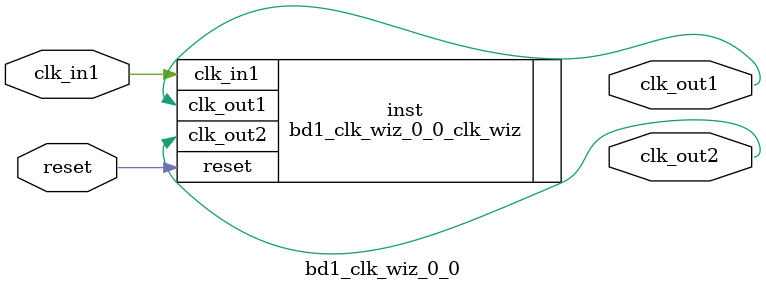
<source format=v>


`timescale 1ps/1ps

(* CORE_GENERATION_INFO = "bd1_clk_wiz_0_0,clk_wiz_v6_0_3_0_0,{component_name=bd1_clk_wiz_0_0,use_phase_alignment=true,use_min_o_jitter=false,use_max_i_jitter=false,use_dyn_phase_shift=false,use_inclk_switchover=false,use_dyn_reconfig=false,enable_axi=0,feedback_source=FDBK_AUTO,PRIMITIVE=MMCM,num_out_clk=4,clkin1_period=8.000,clkin2_period=10.000,use_power_down=false,use_reset=true,use_locked=false,use_inclk_stopped=false,feedback_type=SINGLE,CLOCK_MGR_TYPE=NA,manual_override=false}" *)

module bd1_clk_wiz_0_0 
 (
  // Clock out ports
  output        clk_out1,
  output        clk_out2,
  // Status and control signals
  input         reset,
 // Clock in ports
  input         clk_in1
 );

  bd1_clk_wiz_0_0_clk_wiz inst
  (
  // Clock out ports  
  .clk_out1(clk_out1),
  .clk_out2(clk_out2),
  // Status and control signals               
  .reset(reset), 
 // Clock in ports
  .clk_in1(clk_in1)
  );

endmodule

</source>
